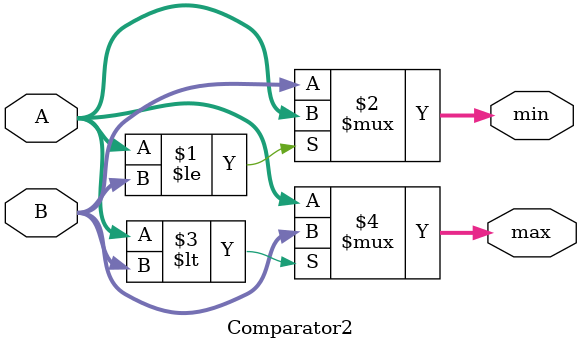
<source format=v>
module Comparator2 (
    input   [3:0]   A  ,  
    input   [3:0]   B  ,  
    output  [3:0]   min,  
    output  [3:0]   max  
);
    assign min = (A <= B) ? A : B;
    assign max = (A < B) ? B : A;
endmodule

</source>
